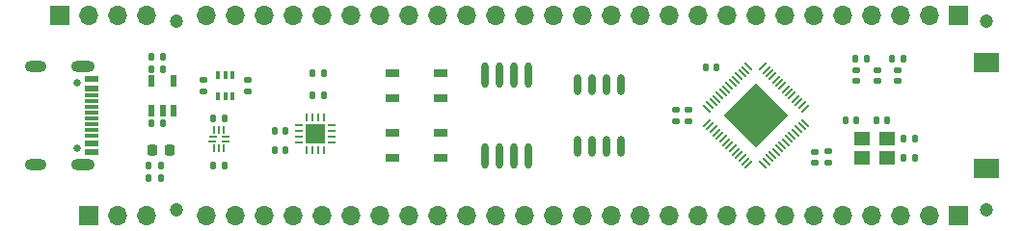
<source format=gts>
%TF.GenerationSoftware,KiCad,Pcbnew,7.0.11*%
%TF.CreationDate,2024-04-18T22:46:56+08:00*%
%TF.ProjectId,UINIO-MCU-ESP32S3,55494e49-4f2d-44d4-9355-2d4553503332,Version 3.5.0*%
%TF.SameCoordinates,PX629df6ePY56b2a99*%
%TF.FileFunction,Soldermask,Top*%
%TF.FilePolarity,Negative*%
%FSLAX46Y46*%
G04 Gerber Fmt 4.6, Leading zero omitted, Abs format (unit mm)*
G04 Created by KiCad (PCBNEW 7.0.11) date 2024-04-18 22:46:56*
%MOMM*%
%LPD*%
G01*
G04 APERTURE LIST*
G04 Aperture macros list*
%AMRoundRect*
0 Rectangle with rounded corners*
0 $1 Rounding radius*
0 $2 $3 $4 $5 $6 $7 $8 $9 X,Y pos of 4 corners*
0 Add a 4 corners polygon primitive as box body*
4,1,4,$2,$3,$4,$5,$6,$7,$8,$9,$2,$3,0*
0 Add four circle primitives for the rounded corners*
1,1,$1+$1,$2,$3*
1,1,$1+$1,$4,$5*
1,1,$1+$1,$6,$7*
1,1,$1+$1,$8,$9*
0 Add four rect primitives between the rounded corners*
20,1,$1+$1,$2,$3,$4,$5,0*
20,1,$1+$1,$4,$5,$6,$7,0*
20,1,$1+$1,$6,$7,$8,$9,0*
20,1,$1+$1,$8,$9,$2,$3,0*%
%AMRotRect*
0 Rectangle, with rotation*
0 The origin of the aperture is its center*
0 $1 length*
0 $2 width*
0 $3 Rotation angle, in degrees counterclockwise*
0 Add horizontal line*
21,1,$1,$2,0,0,$3*%
G04 Aperture macros list end*
%ADD10RoundRect,0.140000X0.140000X0.170000X-0.140000X0.170000X-0.140000X-0.170000X0.140000X-0.170000X0*%
%ADD11RoundRect,0.140000X-0.140000X-0.170000X0.140000X-0.170000X0.140000X0.170000X-0.140000X0.170000X0*%
%ADD12RoundRect,0.135000X0.135000X0.185000X-0.135000X0.185000X-0.135000X-0.185000X0.135000X-0.185000X0*%
%ADD13RoundRect,0.218750X0.218750X0.256250X-0.218750X0.256250X-0.218750X-0.256250X0.218750X-0.256250X0*%
%ADD14RoundRect,0.140000X0.170000X-0.140000X0.170000X0.140000X-0.170000X0.140000X-0.170000X-0.140000X0*%
%ADD15RoundRect,0.135000X0.185000X-0.135000X0.185000X0.135000X-0.185000X0.135000X-0.185000X-0.135000X0*%
%ADD16R,2.268000X1.710000*%
%ADD17R,1.200000X0.650000*%
%ADD18RoundRect,0.140000X-0.170000X0.140000X-0.170000X-0.140000X0.170000X-0.140000X0.170000X0.140000X0*%
%ADD19RoundRect,0.135000X-0.135000X-0.185000X0.135000X-0.185000X0.135000X0.185000X-0.135000X0.185000X0*%
%ADD20R,0.250000X0.750000*%
%ADD21R,0.750000X0.250000*%
%ADD22R,1.700000X1.700000*%
%ADD23R,1.400000X1.200000*%
%ADD24C,1.200000*%
%ADD25RotRect,0.200000X0.900000X135.000000*%
%ADD26RotRect,0.200000X0.900000X225.000000*%
%ADD27RotRect,0.200000X0.900000X315.000000*%
%ADD28RotRect,0.200000X0.900000X45.000000*%
%ADD29RotRect,4.000000X4.000000X225.000000*%
%ADD30O,1.700000X1.700000*%
%ADD31C,0.650000*%
%ADD32O,2.100000X1.000000*%
%ADD33O,1.900000X1.000000*%
%ADD34R,1.150000X0.600000*%
%ADD35R,1.150000X0.300000*%
%ADD36R,0.750000X0.200000*%
%ADD37R,0.665000X0.200000*%
%ADD38R,0.200000X0.665000*%
%ADD39O,0.630000X1.865000*%
%ADD40O,0.630000X2.250000*%
%ADD41R,0.600000X1.000000*%
%ADD42R,0.420000X0.700000*%
G04 APERTURE END LIST*
D10*
%TO.C,C15*%
X79239210Y-9145663D03*
X78279210Y-9145663D03*
%TD*%
%TO.C,C12*%
X61819210Y-2865663D03*
X60859210Y-2865663D03*
%TD*%
D11*
%TO.C,C14*%
X23029210Y-8440000D03*
X23989210Y-8440000D03*
%TD*%
D12*
%TO.C,R9*%
X27391265Y-3410000D03*
X26371265Y-3410000D03*
%TD*%
D13*
%TO.C,D1*%
X13844210Y-10195663D03*
X12269210Y-10195663D03*
%TD*%
D11*
%TO.C,C9*%
X76850000Y-7570000D03*
X75890000Y-7570000D03*
%TD*%
%TO.C,C10*%
X73140000Y-7580000D03*
X74100000Y-7580000D03*
%TD*%
D14*
%TO.C,C19*%
X70479210Y-11295663D03*
X70479210Y-10335663D03*
%TD*%
D15*
%TO.C,R7*%
X16789210Y-4997163D03*
X16789210Y-3977163D03*
%TD*%
D16*
%TO.C,L1*%
X85549210Y-2502831D03*
X85549210Y-11762831D03*
%TD*%
D17*
%TO.C,SW1*%
X33340000Y-8685000D03*
X37640000Y-8685000D03*
X33340000Y-10835000D03*
X37640000Y-10835000D03*
%TD*%
D10*
%TO.C,C1*%
X13199210Y-7795663D03*
X12239210Y-7795663D03*
%TD*%
D18*
%TO.C,C4*%
X75930000Y-4110000D03*
X75930000Y-3150000D03*
%TD*%
D19*
%TO.C,R2*%
X11996710Y-12585663D03*
X13016710Y-12585663D03*
%TD*%
D20*
%TO.C,U6*%
X27329265Y-7255663D03*
X26830265Y-7255663D03*
X26329265Y-7255663D03*
X25830265Y-7255663D03*
D21*
X25131265Y-7955663D03*
X25131265Y-8455663D03*
X25131265Y-8955663D03*
X25131265Y-9455663D03*
D20*
X25831265Y-10155663D03*
X26331265Y-10155663D03*
X26831265Y-10155663D03*
X27330265Y-10155663D03*
D21*
X28031265Y-9455663D03*
X28031265Y-8955663D03*
X28031265Y-8455663D03*
X28031265Y-7955663D03*
D22*
X26581265Y-8705663D03*
%TD*%
D14*
%TO.C,C20*%
X58290000Y-7612831D03*
X58290000Y-6652831D03*
%TD*%
D10*
%TO.C,C2*%
X13199210Y-3025663D03*
X12239210Y-3025663D03*
%TD*%
D19*
%TO.C,R3*%
X11996710Y-11525663D03*
X13016710Y-11525663D03*
%TD*%
D18*
%TO.C,C3*%
X74090000Y-4110000D03*
X74090000Y-3150000D03*
%TD*%
%TO.C,C6*%
X77780000Y-4110000D03*
X77780000Y-3150000D03*
%TD*%
D11*
%TO.C,C13*%
X23059210Y-10160000D03*
X24019210Y-10160000D03*
%TD*%
%TO.C,C16*%
X78289210Y-10845663D03*
X79249210Y-10845663D03*
%TD*%
D23*
%TO.C,Y1*%
X76849210Y-9145663D03*
X74649210Y-9145663D03*
X74649210Y-10845663D03*
X76849210Y-10845663D03*
%TD*%
D14*
%TO.C,C18*%
X59350000Y-7612831D03*
X59350000Y-6652831D03*
%TD*%
D24*
%TO.C,HOLE\u002A\u002A*%
X85549210Y-15440000D03*
%TD*%
D25*
%TO.C,U5*%
X69600328Y-6496435D03*
X69317486Y-6213592D03*
X69034643Y-5930749D03*
X68751800Y-5647907D03*
X68468958Y-5365064D03*
X68186115Y-5082221D03*
X67903272Y-4799379D03*
X67620429Y-4516536D03*
X67337587Y-4233693D03*
X67054744Y-3950850D03*
X66771901Y-3668008D03*
X66489059Y-3385165D03*
X66206216Y-3102322D03*
X65923373Y-2819480D03*
D26*
X64650581Y-2819480D03*
X64367738Y-3102322D03*
X64084895Y-3385165D03*
X63802053Y-3668008D03*
X63519210Y-3950850D03*
X63236367Y-4233693D03*
X62953525Y-4516536D03*
X62670682Y-4799379D03*
X62387839Y-5082221D03*
X62104996Y-5365064D03*
X61822154Y-5647907D03*
X61539311Y-5930749D03*
X61256468Y-6213592D03*
X60973626Y-6496435D03*
D27*
X60973626Y-7769227D03*
X61256468Y-8052070D03*
X61539311Y-8334913D03*
X61822154Y-8617755D03*
X62104996Y-8900598D03*
X62387839Y-9183441D03*
X62670682Y-9466283D03*
X62953525Y-9749126D03*
X63236367Y-10031969D03*
X63519210Y-10314812D03*
X63802053Y-10597654D03*
X64084895Y-10880497D03*
X64367738Y-11163340D03*
X64650581Y-11446182D03*
D28*
X65923373Y-11446182D03*
X66206216Y-11163340D03*
X66489059Y-10880497D03*
X66771901Y-10597654D03*
X67054744Y-10314812D03*
X67337587Y-10031969D03*
X67620429Y-9749126D03*
X67903272Y-9466283D03*
X68186115Y-9183441D03*
X68468958Y-8900598D03*
X68751800Y-8617755D03*
X69034643Y-8334913D03*
X69317486Y-8052070D03*
X69600328Y-7769227D03*
D29*
X65286977Y-7132831D03*
%TD*%
D12*
%TO.C,R4*%
X77229210Y-2130000D03*
X78249210Y-2130000D03*
%TD*%
D24*
%TO.C,HOLE\u002A\u002A*%
X14430000Y-15440000D03*
%TD*%
D22*
%TO.C,J3*%
X4189210Y1664337D03*
D30*
X6729210Y1664337D03*
X9269210Y1664337D03*
X11809210Y1664337D03*
%TD*%
D15*
%TO.C,R8*%
X20669210Y-4997163D03*
X20669210Y-3977163D03*
%TD*%
D10*
%TO.C,C17*%
X27341265Y-5300000D03*
X26381265Y-5300000D03*
%TD*%
D31*
%TO.C,USB1*%
X5708210Y-4242831D03*
X5708210Y-10022831D03*
D32*
X6208210Y-2807831D03*
X6208210Y-11457831D03*
D33*
X2008210Y-2807831D03*
X2008210Y-11457831D03*
D34*
X6970210Y-3932831D03*
X6970210Y-4732831D03*
D35*
X6970210Y-5882831D03*
X6970210Y-6882831D03*
X6970210Y-7382831D03*
X6970210Y-8382831D03*
D34*
X6970210Y-10332831D03*
X6970210Y-9532831D03*
D35*
X6970210Y-8882831D03*
X6970210Y-7882831D03*
X6970210Y-6382831D03*
X6970210Y-5382831D03*
%TD*%
D36*
%TO.C,U4*%
X17586905Y-9005805D03*
D37*
X17543905Y-9405805D03*
D38*
X17751905Y-10037805D03*
X18151905Y-10037805D03*
X18551905Y-10037805D03*
D37*
X18759905Y-9405805D03*
X18759905Y-9005805D03*
D38*
X18551905Y-8373805D03*
X18151905Y-8373805D03*
X17751905Y-8373805D03*
%TD*%
D11*
%TO.C,C7*%
X74999210Y-2100000D03*
X74039210Y-2100000D03*
%TD*%
D17*
%TO.C,SW2*%
X37641265Y-5585000D03*
X33341265Y-5585000D03*
X37641265Y-3435000D03*
X33341265Y-3435000D03*
%TD*%
D39*
%TO.C,U3*%
X49606265Y-9792000D03*
X50876265Y-9792000D03*
X52146265Y-9792000D03*
X53416265Y-9792000D03*
X53416265Y-4428000D03*
X52146265Y-4428000D03*
X50876265Y-4428000D03*
X49606265Y-4428000D03*
%TD*%
D15*
%TO.C,R6*%
X71669210Y-11305663D03*
X71669210Y-10285663D03*
%TD*%
D24*
%TO.C,HOLE\u002A\u002A*%
X14430000Y1180000D03*
%TD*%
D22*
%TO.C,J1*%
X6739210Y-15945663D03*
D30*
X9279210Y-15945663D03*
X11819210Y-15945663D03*
%TD*%
D12*
%TO.C,R1*%
X13249210Y-1945663D03*
X12229210Y-1945663D03*
%TD*%
%TO.C,R5*%
X18679210Y-11520663D03*
X17659210Y-11520663D03*
%TD*%
D40*
%TO.C,U2*%
X41526265Y-10650000D03*
X42796265Y-10650000D03*
X44066265Y-10650000D03*
X45336265Y-10650000D03*
X45336265Y-3590000D03*
X44066265Y-3590000D03*
X42796265Y-3590000D03*
X41526265Y-3590000D03*
%TD*%
D24*
%TO.C,HOLE\u002A\u002A*%
X85549210Y1180000D03*
%TD*%
D41*
%TO.C,U1*%
X12239210Y-6705663D03*
X13189210Y-6705663D03*
X14139210Y-6705663D03*
X14139210Y-4105663D03*
X12239210Y-4105663D03*
%TD*%
D42*
%TO.C,U7*%
X19360960Y-3603663D03*
X18710960Y-3603663D03*
X18060960Y-3603663D03*
X18060960Y-5443663D03*
X18710960Y-5443663D03*
X19360960Y-5443663D03*
%TD*%
D10*
%TO.C,C11*%
X18629210Y-7390805D03*
X17669210Y-7390805D03*
%TD*%
D22*
%TO.C,J2*%
X83111265Y1690000D03*
D30*
X80571265Y1690000D03*
X78031265Y1690000D03*
X75491265Y1690000D03*
X72951265Y1690000D03*
X70411265Y1690000D03*
X67871265Y1690000D03*
X65331265Y1690000D03*
X62791265Y1690000D03*
X60251265Y1690000D03*
X57711265Y1690000D03*
X55171265Y1690000D03*
X52631265Y1690000D03*
X50091265Y1690000D03*
X47551265Y1690000D03*
X45011265Y1690000D03*
X42471265Y1690000D03*
X39931265Y1690000D03*
X37391265Y1690000D03*
X34851265Y1690000D03*
X32311265Y1690000D03*
X29771265Y1690000D03*
X27231265Y1690000D03*
X24691265Y1690000D03*
X22151265Y1690000D03*
X19611265Y1690000D03*
X17071265Y1690000D03*
%TD*%
D22*
%TO.C,J4*%
X83111265Y-15945663D03*
D30*
X80571265Y-15945663D03*
X78031265Y-15945663D03*
X75491265Y-15945663D03*
X72951265Y-15945663D03*
X70411265Y-15945663D03*
X67871265Y-15945663D03*
X65331265Y-15945663D03*
X62791265Y-15945663D03*
X60251265Y-15945663D03*
X57711265Y-15945663D03*
X55171265Y-15945663D03*
X52631265Y-15945663D03*
X50091265Y-15945663D03*
X47551265Y-15945663D03*
X45011265Y-15945663D03*
X42471265Y-15945663D03*
X39931265Y-15945663D03*
X37391265Y-15945663D03*
X34851265Y-15945663D03*
X32311265Y-15945663D03*
X29771265Y-15945663D03*
X27231265Y-15945663D03*
X24691265Y-15945663D03*
X22151265Y-15945663D03*
X19611265Y-15945663D03*
X17071265Y-15945663D03*
%TD*%
M02*

</source>
